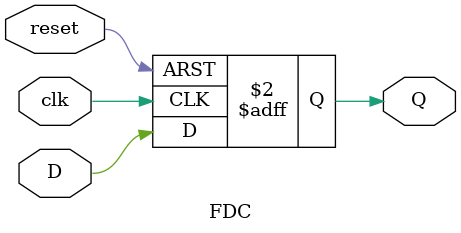
<source format=v>
module Synchronizer(async_clk, clk, out_sync_clk);
    input async_clk;
    input clk;
    output out_sync_clk;

    wire auto_reset, q1, q2, q3, q4;

    FDC FDC1(.D(1),     .clk(async_clk),    .reset(auto_reset),   .Q(q1));
    FDC FDC2(.D(q1),    .clk(clk),          .reset(0),   .Q(q2));
    FDC FDC3(.D(q2),    .clk(clk),          .reset(0),   .Q(q3));
    FDC FDC4(.D(q3),    .clk(clk),          .reset(0),   .Q(q4));

    assign auto_reset = q3 & ~async_clk;
    assign out_sync_clk = ~q4 & q3;

endmodule

module FDC(D, clk, reset, Q);
    input D, clk, reset;
    output Q;

    reg Q;

    always @(posedge clk, posedge reset) begin
        if (reset)
            Q <= 0;
        else
            Q <= D;
    end

endmodule

</source>
